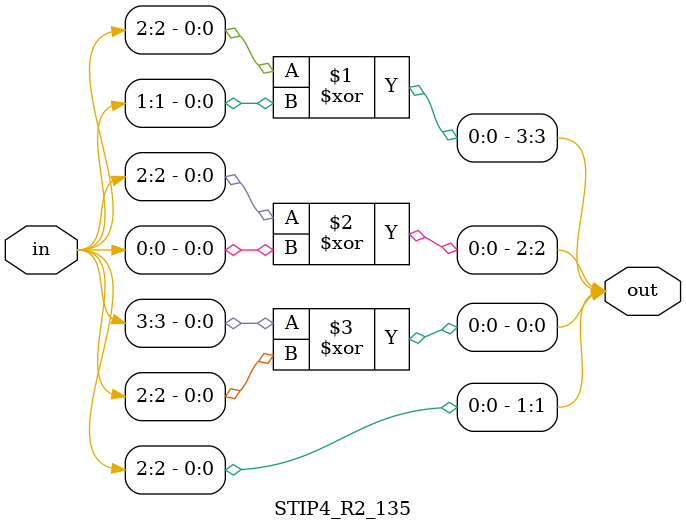
<source format=v>
module  STIP4_R2_135(in,out);
input[3:0] in;
output[3:0] out;
wire[3:0] out;
assign out[3]=in[2]^in[1];
assign out[2]=in[2]^in[0];
assign out[1]=in[2];
assign out[0]=in[3]^in[2];
endmodule

</source>
